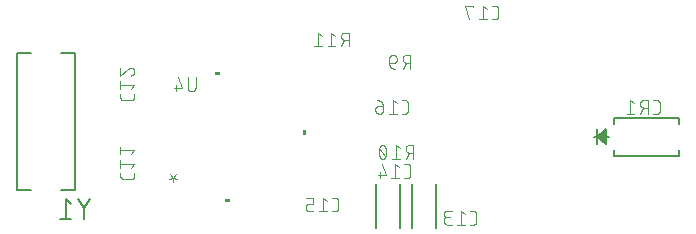
<source format=gbr>
G04 EAGLE Gerber RS-274X export*
G75*
%MOMM*%
%FSLAX34Y34*%
%LPD*%
%INSilkscreen Bottom*%
%IPPOS*%
%AMOC8*
5,1,8,0,0,1.08239X$1,22.5*%
G01*
%ADD10C,0.152400*%
%ADD11C,0.101600*%
%ADD12C,0.076200*%
%ADD13C,0.127000*%

G36*
X413707Y331599D02*
X413707Y331599D01*
X413709Y331598D01*
X413752Y331618D01*
X413796Y331636D01*
X413796Y331638D01*
X413798Y331639D01*
X413831Y331724D01*
X413831Y334264D01*
X413830Y334266D01*
X413831Y334268D01*
X413811Y334311D01*
X413793Y334355D01*
X413791Y334355D01*
X413790Y334357D01*
X413705Y334390D01*
X409895Y334390D01*
X409893Y334389D01*
X409891Y334390D01*
X409848Y334370D01*
X409804Y334352D01*
X409804Y334350D01*
X409802Y334349D01*
X409769Y334264D01*
X409769Y331724D01*
X409770Y331722D01*
X409769Y331720D01*
X409789Y331677D01*
X409807Y331633D01*
X409809Y331633D01*
X409810Y331631D01*
X409895Y331598D01*
X413705Y331598D01*
X413707Y331599D01*
G37*
G36*
X486666Y281370D02*
X486666Y281370D01*
X486668Y281369D01*
X486711Y281389D01*
X486755Y281407D01*
X486755Y281409D01*
X486757Y281410D01*
X486790Y281495D01*
X486790Y285305D01*
X486789Y285307D01*
X486790Y285309D01*
X486770Y285352D01*
X486752Y285396D01*
X486750Y285396D01*
X486749Y285398D01*
X486664Y285431D01*
X484124Y285431D01*
X484122Y285430D01*
X484120Y285431D01*
X484077Y285411D01*
X484033Y285393D01*
X484033Y285391D01*
X484031Y285390D01*
X483998Y285305D01*
X483998Y281495D01*
X483999Y281493D01*
X483998Y281491D01*
X484018Y281448D01*
X484036Y281404D01*
X484038Y281404D01*
X484039Y281402D01*
X484124Y281369D01*
X486664Y281369D01*
X486666Y281370D01*
G37*
G36*
X421707Y224411D02*
X421707Y224411D01*
X421709Y224410D01*
X421752Y224430D01*
X421796Y224448D01*
X421796Y224450D01*
X421798Y224451D01*
X421831Y224536D01*
X421831Y227076D01*
X421830Y227078D01*
X421831Y227080D01*
X421811Y227123D01*
X421793Y227167D01*
X421791Y227167D01*
X421790Y227169D01*
X421705Y227202D01*
X417895Y227202D01*
X417893Y227201D01*
X417891Y227202D01*
X417848Y227182D01*
X417804Y227164D01*
X417804Y227162D01*
X417802Y227161D01*
X417769Y227076D01*
X417769Y224536D01*
X417770Y224534D01*
X417769Y224532D01*
X417789Y224489D01*
X417807Y224445D01*
X417809Y224445D01*
X417810Y224443D01*
X417895Y224410D01*
X421705Y224410D01*
X421707Y224411D01*
G37*
D10*
X304038Y226568D02*
X298619Y218892D01*
X293201Y226568D01*
X298619Y218892D02*
X298619Y210312D01*
X287504Y222956D02*
X282988Y226568D01*
X282988Y210312D01*
X278473Y210312D02*
X287504Y210312D01*
D11*
X329438Y246389D02*
X329438Y248986D01*
X329438Y246389D02*
X329440Y246290D01*
X329446Y246190D01*
X329455Y246091D01*
X329468Y245993D01*
X329485Y245895D01*
X329506Y245797D01*
X329531Y245701D01*
X329559Y245606D01*
X329591Y245512D01*
X329626Y245419D01*
X329665Y245327D01*
X329708Y245237D01*
X329753Y245149D01*
X329803Y245062D01*
X329855Y244978D01*
X329911Y244895D01*
X329969Y244815D01*
X330031Y244737D01*
X330096Y244662D01*
X330164Y244589D01*
X330234Y244519D01*
X330307Y244451D01*
X330382Y244386D01*
X330460Y244324D01*
X330540Y244266D01*
X330623Y244210D01*
X330707Y244158D01*
X330794Y244108D01*
X330882Y244063D01*
X330972Y244020D01*
X331064Y243981D01*
X331157Y243946D01*
X331251Y243914D01*
X331346Y243886D01*
X331442Y243861D01*
X331540Y243840D01*
X331638Y243823D01*
X331736Y243810D01*
X331835Y243801D01*
X331935Y243795D01*
X332034Y243793D01*
X338526Y243793D01*
X338625Y243795D01*
X338725Y243801D01*
X338824Y243810D01*
X338922Y243823D01*
X339020Y243840D01*
X339118Y243861D01*
X339214Y243886D01*
X339309Y243914D01*
X339403Y243946D01*
X339496Y243981D01*
X339588Y244020D01*
X339678Y244063D01*
X339766Y244108D01*
X339853Y244158D01*
X339937Y244210D01*
X340020Y244266D01*
X340100Y244324D01*
X340178Y244386D01*
X340253Y244451D01*
X340326Y244519D01*
X340396Y244589D01*
X340464Y244662D01*
X340529Y244737D01*
X340591Y244815D01*
X340649Y244895D01*
X340705Y244978D01*
X340757Y245062D01*
X340807Y245149D01*
X340852Y245237D01*
X340895Y245327D01*
X340934Y245419D01*
X340969Y245511D01*
X341001Y245606D01*
X341029Y245701D01*
X341054Y245797D01*
X341075Y245895D01*
X341092Y245993D01*
X341105Y246091D01*
X341114Y246190D01*
X341120Y246290D01*
X341122Y246389D01*
X341122Y248986D01*
X338526Y253351D02*
X341122Y256596D01*
X329438Y256596D01*
X329438Y253351D02*
X329438Y259842D01*
X338526Y264781D02*
X341122Y268026D01*
X329438Y268026D01*
X329438Y264781D02*
X329438Y271272D01*
X329438Y312984D02*
X329438Y315581D01*
X329438Y312984D02*
X329440Y312885D01*
X329446Y312785D01*
X329455Y312686D01*
X329468Y312588D01*
X329485Y312490D01*
X329506Y312392D01*
X329531Y312296D01*
X329559Y312201D01*
X329591Y312107D01*
X329626Y312014D01*
X329665Y311922D01*
X329708Y311832D01*
X329753Y311744D01*
X329803Y311657D01*
X329855Y311573D01*
X329911Y311490D01*
X329969Y311410D01*
X330031Y311332D01*
X330096Y311257D01*
X330164Y311184D01*
X330234Y311114D01*
X330307Y311046D01*
X330382Y310981D01*
X330460Y310919D01*
X330540Y310861D01*
X330623Y310805D01*
X330707Y310753D01*
X330794Y310703D01*
X330882Y310658D01*
X330972Y310615D01*
X331064Y310576D01*
X331157Y310541D01*
X331251Y310509D01*
X331346Y310481D01*
X331442Y310456D01*
X331540Y310435D01*
X331638Y310418D01*
X331736Y310405D01*
X331835Y310396D01*
X331935Y310390D01*
X332034Y310388D01*
X338526Y310388D01*
X338625Y310390D01*
X338725Y310396D01*
X338824Y310405D01*
X338922Y310418D01*
X339020Y310435D01*
X339118Y310456D01*
X339214Y310481D01*
X339309Y310509D01*
X339403Y310541D01*
X339496Y310576D01*
X339588Y310615D01*
X339678Y310658D01*
X339766Y310703D01*
X339853Y310753D01*
X339937Y310805D01*
X340020Y310861D01*
X340100Y310919D01*
X340178Y310981D01*
X340253Y311046D01*
X340326Y311114D01*
X340396Y311184D01*
X340464Y311257D01*
X340529Y311332D01*
X340591Y311410D01*
X340649Y311490D01*
X340705Y311573D01*
X340757Y311657D01*
X340807Y311744D01*
X340852Y311832D01*
X340895Y311922D01*
X340934Y312014D01*
X340969Y312106D01*
X341001Y312201D01*
X341029Y312296D01*
X341054Y312392D01*
X341075Y312490D01*
X341092Y312588D01*
X341105Y312686D01*
X341114Y312785D01*
X341120Y312885D01*
X341122Y312984D01*
X341122Y315581D01*
X338526Y319946D02*
X341122Y323192D01*
X329438Y323192D01*
X329438Y326437D02*
X329438Y319946D01*
X341122Y334946D02*
X341120Y335053D01*
X341114Y335159D01*
X341104Y335265D01*
X341091Y335371D01*
X341073Y335477D01*
X341052Y335581D01*
X341027Y335685D01*
X340998Y335788D01*
X340966Y335889D01*
X340929Y335989D01*
X340889Y336088D01*
X340846Y336186D01*
X340799Y336282D01*
X340748Y336376D01*
X340694Y336468D01*
X340637Y336558D01*
X340577Y336646D01*
X340513Y336731D01*
X340446Y336814D01*
X340376Y336895D01*
X340304Y336973D01*
X340228Y337049D01*
X340150Y337121D01*
X340069Y337191D01*
X339986Y337258D01*
X339901Y337322D01*
X339813Y337382D01*
X339723Y337439D01*
X339631Y337493D01*
X339537Y337544D01*
X339441Y337591D01*
X339343Y337634D01*
X339244Y337674D01*
X339144Y337711D01*
X339043Y337743D01*
X338940Y337772D01*
X338836Y337797D01*
X338732Y337818D01*
X338626Y337836D01*
X338520Y337849D01*
X338414Y337859D01*
X338308Y337865D01*
X338201Y337867D01*
X341122Y334946D02*
X341120Y334825D01*
X341114Y334704D01*
X341104Y334584D01*
X341091Y334463D01*
X341073Y334344D01*
X341052Y334224D01*
X341027Y334106D01*
X340998Y333989D01*
X340965Y333872D01*
X340929Y333757D01*
X340888Y333643D01*
X340845Y333530D01*
X340797Y333418D01*
X340746Y333309D01*
X340691Y333201D01*
X340633Y333094D01*
X340572Y332990D01*
X340507Y332888D01*
X340439Y332788D01*
X340368Y332690D01*
X340294Y332594D01*
X340217Y332501D01*
X340136Y332411D01*
X340053Y332323D01*
X339967Y332238D01*
X339878Y332155D01*
X339787Y332076D01*
X339693Y331999D01*
X339597Y331926D01*
X339499Y331856D01*
X339398Y331789D01*
X339295Y331725D01*
X339190Y331665D01*
X339083Y331608D01*
X338975Y331554D01*
X338865Y331504D01*
X338753Y331458D01*
X338640Y331415D01*
X338525Y331376D01*
X335929Y336894D02*
X336006Y336973D01*
X336087Y337049D01*
X336170Y337122D01*
X336255Y337192D01*
X336343Y337259D01*
X336433Y337323D01*
X336525Y337383D01*
X336620Y337440D01*
X336716Y337494D01*
X336814Y337545D01*
X336914Y337592D01*
X337016Y337636D01*
X337119Y337676D01*
X337223Y337712D01*
X337329Y337744D01*
X337435Y337773D01*
X337543Y337798D01*
X337651Y337820D01*
X337761Y337837D01*
X337870Y337851D01*
X337980Y337860D01*
X338091Y337866D01*
X338201Y337868D01*
X335929Y336894D02*
X329438Y331376D01*
X329438Y337867D01*
D10*
X576580Y239268D02*
X576580Y202692D01*
X596900Y202692D02*
X596900Y239268D01*
D12*
X625503Y205105D02*
X628156Y205105D01*
X628258Y205107D01*
X628359Y205113D01*
X628460Y205123D01*
X628561Y205136D01*
X628661Y205154D01*
X628760Y205175D01*
X628859Y205200D01*
X628956Y205229D01*
X629053Y205261D01*
X629148Y205297D01*
X629241Y205337D01*
X629333Y205380D01*
X629423Y205427D01*
X629512Y205478D01*
X629598Y205531D01*
X629682Y205588D01*
X629764Y205648D01*
X629844Y205711D01*
X629921Y205777D01*
X629996Y205846D01*
X630068Y205918D01*
X630137Y205993D01*
X630203Y206070D01*
X630266Y206150D01*
X630326Y206232D01*
X630383Y206316D01*
X630436Y206402D01*
X630487Y206491D01*
X630534Y206581D01*
X630577Y206673D01*
X630617Y206766D01*
X630653Y206861D01*
X630685Y206958D01*
X630714Y207055D01*
X630739Y207154D01*
X630760Y207253D01*
X630778Y207353D01*
X630791Y207454D01*
X630801Y207555D01*
X630807Y207656D01*
X630809Y207758D01*
X630809Y214390D01*
X630807Y214492D01*
X630801Y214593D01*
X630791Y214694D01*
X630778Y214795D01*
X630760Y214895D01*
X630739Y214994D01*
X630714Y215093D01*
X630685Y215190D01*
X630653Y215287D01*
X630617Y215382D01*
X630577Y215475D01*
X630534Y215567D01*
X630487Y215657D01*
X630436Y215746D01*
X630383Y215832D01*
X630326Y215916D01*
X630266Y215998D01*
X630203Y216078D01*
X630137Y216155D01*
X630068Y216230D01*
X629996Y216302D01*
X629921Y216371D01*
X629844Y216437D01*
X629764Y216500D01*
X629682Y216560D01*
X629598Y216617D01*
X629512Y216670D01*
X629423Y216721D01*
X629333Y216768D01*
X629241Y216811D01*
X629148Y216851D01*
X629053Y216887D01*
X628956Y216919D01*
X628859Y216948D01*
X628760Y216973D01*
X628661Y216994D01*
X628561Y217012D01*
X628460Y217025D01*
X628359Y217035D01*
X628258Y217041D01*
X628156Y217043D01*
X625503Y217043D01*
X621255Y214390D02*
X617939Y217043D01*
X617939Y205105D01*
X621255Y205105D02*
X614623Y205105D01*
X609825Y205105D02*
X606509Y205105D01*
X606395Y205107D01*
X606280Y205113D01*
X606166Y205123D01*
X606053Y205137D01*
X605939Y205154D01*
X605827Y205176D01*
X605715Y205201D01*
X605605Y205231D01*
X605495Y205264D01*
X605387Y205301D01*
X605280Y205341D01*
X605174Y205386D01*
X605070Y205433D01*
X604968Y205485D01*
X604868Y205540D01*
X604769Y205598D01*
X604673Y205660D01*
X604578Y205725D01*
X604487Y205793D01*
X604397Y205865D01*
X604310Y205939D01*
X604226Y206016D01*
X604144Y206097D01*
X604065Y206180D01*
X603989Y206265D01*
X603916Y206354D01*
X603847Y206444D01*
X603780Y206537D01*
X603717Y206633D01*
X603657Y206730D01*
X603600Y206830D01*
X603547Y206931D01*
X603497Y207034D01*
X603451Y207139D01*
X603408Y207245D01*
X603370Y207353D01*
X603335Y207462D01*
X603304Y207572D01*
X603276Y207683D01*
X603253Y207795D01*
X603233Y207908D01*
X603217Y208021D01*
X603205Y208135D01*
X603197Y208249D01*
X603193Y208364D01*
X603193Y208478D01*
X603197Y208593D01*
X603205Y208707D01*
X603217Y208821D01*
X603233Y208934D01*
X603253Y209047D01*
X603276Y209159D01*
X603304Y209270D01*
X603335Y209380D01*
X603370Y209489D01*
X603408Y209597D01*
X603451Y209703D01*
X603497Y209808D01*
X603547Y209911D01*
X603600Y210012D01*
X603657Y210112D01*
X603717Y210209D01*
X603780Y210305D01*
X603847Y210398D01*
X603916Y210488D01*
X603989Y210577D01*
X604065Y210662D01*
X604144Y210745D01*
X604226Y210826D01*
X604310Y210903D01*
X604397Y210977D01*
X604487Y211049D01*
X604578Y211117D01*
X604673Y211182D01*
X604769Y211244D01*
X604868Y211302D01*
X604968Y211357D01*
X605070Y211409D01*
X605174Y211456D01*
X605280Y211501D01*
X605387Y211541D01*
X605495Y211578D01*
X605605Y211611D01*
X605715Y211641D01*
X605827Y211666D01*
X605939Y211688D01*
X606053Y211705D01*
X606166Y211719D01*
X606280Y211729D01*
X606395Y211735D01*
X606509Y211737D01*
X605846Y217043D02*
X609825Y217043D01*
X605846Y217043D02*
X605744Y217041D01*
X605643Y217035D01*
X605542Y217025D01*
X605441Y217012D01*
X605341Y216994D01*
X605242Y216973D01*
X605143Y216948D01*
X605046Y216919D01*
X604949Y216887D01*
X604854Y216851D01*
X604761Y216811D01*
X604669Y216768D01*
X604579Y216721D01*
X604490Y216670D01*
X604404Y216617D01*
X604320Y216560D01*
X604238Y216500D01*
X604158Y216437D01*
X604081Y216371D01*
X604006Y216302D01*
X603934Y216230D01*
X603865Y216155D01*
X603799Y216078D01*
X603736Y215998D01*
X603676Y215916D01*
X603619Y215832D01*
X603566Y215746D01*
X603515Y215657D01*
X603468Y215567D01*
X603425Y215475D01*
X603385Y215382D01*
X603349Y215287D01*
X603317Y215190D01*
X603288Y215093D01*
X603263Y214994D01*
X603242Y214895D01*
X603224Y214795D01*
X603211Y214694D01*
X603201Y214593D01*
X603195Y214492D01*
X603193Y214390D01*
X603195Y214288D01*
X603201Y214187D01*
X603211Y214086D01*
X603224Y213985D01*
X603242Y213885D01*
X603263Y213786D01*
X603288Y213687D01*
X603317Y213590D01*
X603349Y213493D01*
X603385Y213398D01*
X603425Y213305D01*
X603468Y213213D01*
X603515Y213123D01*
X603566Y213034D01*
X603619Y212948D01*
X603676Y212864D01*
X603736Y212782D01*
X603799Y212702D01*
X603865Y212625D01*
X603934Y212550D01*
X604006Y212478D01*
X604081Y212409D01*
X604158Y212343D01*
X604238Y212280D01*
X604320Y212220D01*
X604404Y212163D01*
X604490Y212110D01*
X604579Y212059D01*
X604669Y212012D01*
X604761Y211969D01*
X604854Y211929D01*
X604949Y211893D01*
X605046Y211861D01*
X605143Y211832D01*
X605242Y211807D01*
X605341Y211786D01*
X605441Y211768D01*
X605542Y211755D01*
X605643Y211745D01*
X605744Y211739D01*
X605846Y211737D01*
X608499Y211737D01*
D10*
X546100Y202692D02*
X546100Y239268D01*
X566420Y239268D02*
X566420Y202692D01*
D12*
X569623Y244475D02*
X572276Y244475D01*
X572378Y244477D01*
X572479Y244483D01*
X572580Y244493D01*
X572681Y244506D01*
X572781Y244524D01*
X572880Y244545D01*
X572979Y244570D01*
X573076Y244599D01*
X573173Y244631D01*
X573268Y244667D01*
X573361Y244707D01*
X573453Y244750D01*
X573543Y244797D01*
X573632Y244848D01*
X573718Y244901D01*
X573802Y244958D01*
X573884Y245018D01*
X573964Y245081D01*
X574041Y245147D01*
X574116Y245216D01*
X574188Y245288D01*
X574257Y245363D01*
X574323Y245440D01*
X574386Y245520D01*
X574446Y245602D01*
X574503Y245686D01*
X574556Y245772D01*
X574607Y245861D01*
X574654Y245951D01*
X574697Y246043D01*
X574737Y246136D01*
X574773Y246231D01*
X574805Y246328D01*
X574834Y246425D01*
X574859Y246524D01*
X574880Y246623D01*
X574898Y246723D01*
X574911Y246824D01*
X574921Y246925D01*
X574927Y247026D01*
X574929Y247128D01*
X574929Y253760D01*
X574927Y253862D01*
X574921Y253963D01*
X574911Y254064D01*
X574898Y254165D01*
X574880Y254265D01*
X574859Y254364D01*
X574834Y254463D01*
X574805Y254560D01*
X574773Y254657D01*
X574737Y254752D01*
X574697Y254845D01*
X574654Y254937D01*
X574607Y255027D01*
X574556Y255116D01*
X574503Y255202D01*
X574446Y255286D01*
X574386Y255368D01*
X574323Y255448D01*
X574257Y255525D01*
X574188Y255600D01*
X574116Y255672D01*
X574041Y255741D01*
X573964Y255807D01*
X573884Y255870D01*
X573802Y255930D01*
X573718Y255987D01*
X573632Y256040D01*
X573543Y256091D01*
X573453Y256138D01*
X573361Y256181D01*
X573268Y256221D01*
X573173Y256257D01*
X573076Y256289D01*
X572979Y256318D01*
X572880Y256343D01*
X572781Y256364D01*
X572681Y256382D01*
X572580Y256395D01*
X572479Y256405D01*
X572378Y256411D01*
X572276Y256413D01*
X569623Y256413D01*
X565375Y253760D02*
X562059Y256413D01*
X562059Y244475D01*
X565375Y244475D02*
X558743Y244475D01*
X553945Y247128D02*
X551292Y256413D01*
X553945Y247128D02*
X547313Y247128D01*
X549303Y249781D02*
X549303Y244475D01*
D11*
X511246Y216408D02*
X508649Y216408D01*
X511246Y216408D02*
X511345Y216410D01*
X511445Y216416D01*
X511544Y216425D01*
X511642Y216438D01*
X511740Y216455D01*
X511838Y216476D01*
X511934Y216501D01*
X512029Y216529D01*
X512123Y216561D01*
X512216Y216596D01*
X512308Y216635D01*
X512398Y216678D01*
X512486Y216723D01*
X512573Y216773D01*
X512657Y216825D01*
X512740Y216881D01*
X512820Y216939D01*
X512898Y217001D01*
X512973Y217066D01*
X513046Y217134D01*
X513116Y217204D01*
X513184Y217277D01*
X513249Y217352D01*
X513311Y217430D01*
X513369Y217510D01*
X513425Y217593D01*
X513477Y217677D01*
X513527Y217764D01*
X513572Y217852D01*
X513615Y217942D01*
X513654Y218034D01*
X513689Y218127D01*
X513721Y218221D01*
X513749Y218316D01*
X513774Y218412D01*
X513795Y218510D01*
X513812Y218608D01*
X513825Y218706D01*
X513834Y218805D01*
X513840Y218905D01*
X513842Y219004D01*
X513842Y225496D01*
X513840Y225595D01*
X513834Y225695D01*
X513825Y225794D01*
X513812Y225892D01*
X513795Y225990D01*
X513774Y226088D01*
X513749Y226184D01*
X513721Y226279D01*
X513689Y226373D01*
X513654Y226466D01*
X513615Y226558D01*
X513572Y226648D01*
X513527Y226736D01*
X513477Y226823D01*
X513425Y226907D01*
X513369Y226990D01*
X513311Y227070D01*
X513249Y227148D01*
X513184Y227223D01*
X513116Y227296D01*
X513046Y227366D01*
X512973Y227434D01*
X512898Y227499D01*
X512820Y227561D01*
X512740Y227619D01*
X512657Y227675D01*
X512573Y227727D01*
X512486Y227777D01*
X512398Y227822D01*
X512308Y227865D01*
X512216Y227904D01*
X512123Y227939D01*
X512029Y227971D01*
X511934Y227999D01*
X511838Y228024D01*
X511740Y228045D01*
X511642Y228062D01*
X511544Y228075D01*
X511445Y228084D01*
X511345Y228090D01*
X511246Y228092D01*
X508649Y228092D01*
X504284Y225496D02*
X501038Y228092D01*
X501038Y216408D01*
X497793Y216408D02*
X504284Y216408D01*
X492854Y216408D02*
X488959Y216408D01*
X488860Y216410D01*
X488760Y216416D01*
X488661Y216425D01*
X488563Y216438D01*
X488465Y216455D01*
X488367Y216476D01*
X488271Y216501D01*
X488176Y216529D01*
X488082Y216561D01*
X487989Y216596D01*
X487897Y216635D01*
X487807Y216678D01*
X487719Y216723D01*
X487632Y216773D01*
X487548Y216825D01*
X487465Y216881D01*
X487385Y216939D01*
X487307Y217001D01*
X487232Y217066D01*
X487159Y217134D01*
X487089Y217204D01*
X487021Y217277D01*
X486956Y217352D01*
X486894Y217430D01*
X486836Y217510D01*
X486780Y217593D01*
X486728Y217677D01*
X486678Y217764D01*
X486633Y217852D01*
X486590Y217942D01*
X486551Y218034D01*
X486516Y218127D01*
X486484Y218221D01*
X486456Y218316D01*
X486431Y218412D01*
X486410Y218510D01*
X486393Y218608D01*
X486380Y218706D01*
X486371Y218805D01*
X486365Y218905D01*
X486363Y219004D01*
X486363Y220303D01*
X486365Y220402D01*
X486371Y220502D01*
X486380Y220601D01*
X486393Y220699D01*
X486410Y220797D01*
X486431Y220895D01*
X486456Y220991D01*
X486484Y221086D01*
X486516Y221180D01*
X486551Y221273D01*
X486590Y221365D01*
X486633Y221455D01*
X486678Y221543D01*
X486728Y221630D01*
X486780Y221714D01*
X486836Y221797D01*
X486894Y221877D01*
X486956Y221955D01*
X487021Y222030D01*
X487089Y222103D01*
X487159Y222173D01*
X487232Y222241D01*
X487307Y222306D01*
X487385Y222368D01*
X487465Y222426D01*
X487548Y222482D01*
X487632Y222534D01*
X487719Y222584D01*
X487807Y222629D01*
X487897Y222672D01*
X487989Y222711D01*
X488082Y222746D01*
X488176Y222778D01*
X488271Y222806D01*
X488367Y222831D01*
X488465Y222852D01*
X488563Y222869D01*
X488661Y222882D01*
X488760Y222891D01*
X488860Y222897D01*
X488959Y222899D01*
X492854Y222899D01*
X492854Y228092D01*
X486363Y228092D01*
X567624Y298958D02*
X570221Y298958D01*
X570320Y298960D01*
X570420Y298966D01*
X570519Y298975D01*
X570617Y298988D01*
X570715Y299005D01*
X570813Y299026D01*
X570909Y299051D01*
X571004Y299079D01*
X571098Y299111D01*
X571191Y299146D01*
X571283Y299185D01*
X571373Y299228D01*
X571461Y299273D01*
X571548Y299323D01*
X571632Y299375D01*
X571715Y299431D01*
X571795Y299489D01*
X571873Y299551D01*
X571948Y299616D01*
X572021Y299684D01*
X572091Y299754D01*
X572159Y299827D01*
X572224Y299902D01*
X572286Y299980D01*
X572344Y300060D01*
X572400Y300143D01*
X572452Y300227D01*
X572502Y300314D01*
X572547Y300402D01*
X572590Y300492D01*
X572629Y300584D01*
X572664Y300677D01*
X572696Y300771D01*
X572724Y300866D01*
X572749Y300962D01*
X572770Y301060D01*
X572787Y301158D01*
X572800Y301256D01*
X572809Y301355D01*
X572815Y301455D01*
X572817Y301554D01*
X572817Y308046D01*
X572815Y308145D01*
X572809Y308245D01*
X572800Y308344D01*
X572787Y308442D01*
X572770Y308540D01*
X572749Y308638D01*
X572724Y308734D01*
X572696Y308829D01*
X572664Y308923D01*
X572629Y309016D01*
X572590Y309108D01*
X572547Y309198D01*
X572502Y309286D01*
X572452Y309373D01*
X572400Y309457D01*
X572344Y309540D01*
X572286Y309620D01*
X572224Y309698D01*
X572159Y309773D01*
X572091Y309846D01*
X572021Y309916D01*
X571948Y309984D01*
X571873Y310049D01*
X571795Y310111D01*
X571715Y310169D01*
X571632Y310225D01*
X571548Y310277D01*
X571461Y310327D01*
X571373Y310372D01*
X571283Y310415D01*
X571191Y310454D01*
X571098Y310489D01*
X571004Y310521D01*
X570909Y310549D01*
X570813Y310574D01*
X570715Y310595D01*
X570617Y310612D01*
X570519Y310625D01*
X570420Y310634D01*
X570320Y310640D01*
X570221Y310642D01*
X567624Y310642D01*
X563259Y308046D02*
X560014Y310642D01*
X560014Y298958D01*
X563259Y298958D02*
X556768Y298958D01*
X551829Y305449D02*
X547934Y305449D01*
X547835Y305447D01*
X547735Y305441D01*
X547636Y305432D01*
X547538Y305419D01*
X547440Y305402D01*
X547342Y305381D01*
X547246Y305356D01*
X547151Y305328D01*
X547057Y305296D01*
X546964Y305261D01*
X546872Y305222D01*
X546782Y305179D01*
X546694Y305134D01*
X546607Y305084D01*
X546523Y305032D01*
X546440Y304976D01*
X546360Y304918D01*
X546282Y304856D01*
X546207Y304791D01*
X546134Y304723D01*
X546064Y304653D01*
X545996Y304580D01*
X545931Y304505D01*
X545869Y304427D01*
X545811Y304347D01*
X545755Y304264D01*
X545703Y304180D01*
X545653Y304093D01*
X545608Y304005D01*
X545565Y303915D01*
X545526Y303823D01*
X545491Y303730D01*
X545459Y303636D01*
X545431Y303541D01*
X545406Y303445D01*
X545385Y303347D01*
X545368Y303249D01*
X545355Y303151D01*
X545346Y303052D01*
X545340Y302952D01*
X545338Y302853D01*
X545338Y302204D01*
X545340Y302091D01*
X545346Y301978D01*
X545356Y301865D01*
X545370Y301752D01*
X545387Y301640D01*
X545409Y301529D01*
X545434Y301419D01*
X545464Y301309D01*
X545497Y301201D01*
X545534Y301094D01*
X545574Y300988D01*
X545619Y300884D01*
X545667Y300781D01*
X545718Y300680D01*
X545773Y300581D01*
X545831Y300484D01*
X545893Y300389D01*
X545958Y300296D01*
X546026Y300206D01*
X546097Y300118D01*
X546172Y300032D01*
X546249Y299949D01*
X546329Y299869D01*
X546412Y299792D01*
X546498Y299717D01*
X546586Y299646D01*
X546676Y299578D01*
X546769Y299513D01*
X546864Y299451D01*
X546961Y299393D01*
X547060Y299338D01*
X547161Y299287D01*
X547264Y299239D01*
X547368Y299194D01*
X547474Y299154D01*
X547581Y299117D01*
X547689Y299084D01*
X547799Y299054D01*
X547909Y299029D01*
X548020Y299007D01*
X548132Y298990D01*
X548245Y298976D01*
X548358Y298966D01*
X548471Y298960D01*
X548584Y298958D01*
X548697Y298960D01*
X548810Y298966D01*
X548923Y298976D01*
X549036Y298990D01*
X549148Y299007D01*
X549259Y299029D01*
X549369Y299054D01*
X549479Y299084D01*
X549587Y299117D01*
X549694Y299154D01*
X549800Y299194D01*
X549904Y299239D01*
X550007Y299287D01*
X550108Y299338D01*
X550207Y299393D01*
X550304Y299451D01*
X550399Y299513D01*
X550492Y299578D01*
X550582Y299646D01*
X550670Y299717D01*
X550756Y299792D01*
X550839Y299869D01*
X550919Y299949D01*
X550996Y300032D01*
X551071Y300118D01*
X551142Y300206D01*
X551210Y300296D01*
X551275Y300389D01*
X551337Y300484D01*
X551395Y300581D01*
X551450Y300680D01*
X551501Y300781D01*
X551549Y300884D01*
X551594Y300988D01*
X551634Y301094D01*
X551671Y301201D01*
X551704Y301309D01*
X551734Y301419D01*
X551759Y301529D01*
X551781Y301640D01*
X551798Y301752D01*
X551812Y301865D01*
X551822Y301978D01*
X551828Y302091D01*
X551830Y302204D01*
X551829Y302204D02*
X551829Y305449D01*
X551827Y305592D01*
X551821Y305735D01*
X551811Y305878D01*
X551797Y306020D01*
X551780Y306162D01*
X551758Y306304D01*
X551733Y306445D01*
X551703Y306585D01*
X551670Y306724D01*
X551633Y306862D01*
X551592Y306999D01*
X551548Y307135D01*
X551499Y307270D01*
X551447Y307403D01*
X551392Y307535D01*
X551332Y307665D01*
X551269Y307794D01*
X551203Y307921D01*
X551133Y308046D01*
X551060Y308168D01*
X550983Y308289D01*
X550903Y308408D01*
X550820Y308524D01*
X550734Y308639D01*
X550645Y308750D01*
X550552Y308860D01*
X550457Y308966D01*
X550358Y309070D01*
X550257Y309171D01*
X550153Y309270D01*
X550047Y309365D01*
X549937Y309458D01*
X549826Y309547D01*
X549711Y309633D01*
X549595Y309716D01*
X549476Y309796D01*
X549355Y309873D01*
X549233Y309946D01*
X549108Y310016D01*
X548981Y310082D01*
X548852Y310145D01*
X548722Y310205D01*
X548590Y310260D01*
X548457Y310312D01*
X548322Y310361D01*
X548186Y310405D01*
X548049Y310446D01*
X547911Y310483D01*
X547772Y310516D01*
X547632Y310546D01*
X547491Y310571D01*
X547349Y310593D01*
X547207Y310610D01*
X547065Y310624D01*
X546922Y310634D01*
X546779Y310640D01*
X546636Y310642D01*
X643824Y378968D02*
X646421Y378968D01*
X646520Y378970D01*
X646620Y378976D01*
X646719Y378985D01*
X646817Y378998D01*
X646915Y379015D01*
X647013Y379036D01*
X647109Y379061D01*
X647204Y379089D01*
X647298Y379121D01*
X647391Y379156D01*
X647483Y379195D01*
X647573Y379238D01*
X647661Y379283D01*
X647748Y379333D01*
X647832Y379385D01*
X647915Y379441D01*
X647995Y379499D01*
X648073Y379561D01*
X648148Y379626D01*
X648221Y379694D01*
X648291Y379764D01*
X648359Y379837D01*
X648424Y379912D01*
X648486Y379990D01*
X648544Y380070D01*
X648600Y380153D01*
X648652Y380237D01*
X648702Y380324D01*
X648747Y380412D01*
X648790Y380502D01*
X648829Y380594D01*
X648864Y380687D01*
X648896Y380781D01*
X648924Y380876D01*
X648949Y380972D01*
X648970Y381070D01*
X648987Y381168D01*
X649000Y381266D01*
X649009Y381365D01*
X649015Y381465D01*
X649017Y381564D01*
X649017Y388056D01*
X649015Y388155D01*
X649009Y388255D01*
X649000Y388354D01*
X648987Y388452D01*
X648970Y388550D01*
X648949Y388648D01*
X648924Y388744D01*
X648896Y388839D01*
X648864Y388933D01*
X648829Y389026D01*
X648790Y389118D01*
X648747Y389208D01*
X648702Y389296D01*
X648652Y389383D01*
X648600Y389467D01*
X648544Y389550D01*
X648486Y389630D01*
X648424Y389708D01*
X648359Y389783D01*
X648291Y389856D01*
X648221Y389926D01*
X648148Y389994D01*
X648073Y390059D01*
X647995Y390121D01*
X647915Y390179D01*
X647832Y390235D01*
X647748Y390287D01*
X647661Y390337D01*
X647573Y390382D01*
X647483Y390425D01*
X647391Y390464D01*
X647298Y390499D01*
X647204Y390531D01*
X647109Y390559D01*
X647013Y390584D01*
X646915Y390605D01*
X646817Y390622D01*
X646719Y390635D01*
X646620Y390644D01*
X646520Y390650D01*
X646421Y390652D01*
X643824Y390652D01*
X639459Y388056D02*
X636214Y390652D01*
X636214Y378968D01*
X639459Y378968D02*
X632968Y378968D01*
X628029Y389354D02*
X628029Y390652D01*
X621538Y390652D01*
X624784Y378968D01*
X577342Y272542D02*
X577342Y260858D01*
X577342Y272542D02*
X574096Y272542D01*
X573983Y272540D01*
X573870Y272534D01*
X573757Y272524D01*
X573644Y272510D01*
X573532Y272493D01*
X573421Y272471D01*
X573311Y272446D01*
X573201Y272416D01*
X573093Y272383D01*
X572986Y272346D01*
X572880Y272306D01*
X572776Y272261D01*
X572673Y272213D01*
X572572Y272162D01*
X572473Y272107D01*
X572376Y272049D01*
X572281Y271987D01*
X572188Y271922D01*
X572098Y271854D01*
X572010Y271783D01*
X571924Y271708D01*
X571841Y271631D01*
X571761Y271551D01*
X571684Y271468D01*
X571609Y271382D01*
X571538Y271294D01*
X571470Y271204D01*
X571405Y271111D01*
X571343Y271016D01*
X571285Y270919D01*
X571230Y270820D01*
X571179Y270719D01*
X571131Y270616D01*
X571086Y270512D01*
X571046Y270406D01*
X571009Y270299D01*
X570976Y270191D01*
X570946Y270081D01*
X570921Y269971D01*
X570899Y269860D01*
X570882Y269748D01*
X570868Y269635D01*
X570858Y269522D01*
X570852Y269409D01*
X570850Y269296D01*
X570852Y269183D01*
X570858Y269070D01*
X570868Y268957D01*
X570882Y268844D01*
X570899Y268732D01*
X570921Y268621D01*
X570946Y268511D01*
X570976Y268401D01*
X571009Y268293D01*
X571046Y268186D01*
X571086Y268080D01*
X571131Y267976D01*
X571179Y267873D01*
X571230Y267772D01*
X571285Y267673D01*
X571343Y267576D01*
X571405Y267481D01*
X571470Y267388D01*
X571538Y267298D01*
X571609Y267210D01*
X571684Y267124D01*
X571761Y267041D01*
X571841Y266961D01*
X571924Y266884D01*
X572010Y266809D01*
X572098Y266738D01*
X572188Y266670D01*
X572281Y266605D01*
X572376Y266543D01*
X572473Y266485D01*
X572572Y266430D01*
X572673Y266379D01*
X572776Y266331D01*
X572880Y266286D01*
X572986Y266246D01*
X573093Y266209D01*
X573201Y266176D01*
X573311Y266146D01*
X573421Y266121D01*
X573532Y266099D01*
X573644Y266082D01*
X573757Y266068D01*
X573870Y266058D01*
X573983Y266052D01*
X574096Y266050D01*
X574096Y266051D02*
X577342Y266051D01*
X573447Y266051D02*
X570851Y260858D01*
X565986Y269946D02*
X562740Y272542D01*
X562740Y260858D01*
X559495Y260858D02*
X565986Y260858D01*
X554556Y266700D02*
X554553Y266930D01*
X554545Y267160D01*
X554531Y267389D01*
X554512Y267618D01*
X554487Y267847D01*
X554457Y268075D01*
X554422Y268302D01*
X554381Y268528D01*
X554335Y268753D01*
X554283Y268977D01*
X554226Y269200D01*
X554164Y269421D01*
X554096Y269641D01*
X554023Y269859D01*
X553945Y270075D01*
X553862Y270289D01*
X553774Y270502D01*
X553681Y270712D01*
X553582Y270919D01*
X553549Y271009D01*
X553513Y271098D01*
X553473Y271186D01*
X553429Y271271D01*
X553382Y271355D01*
X553332Y271437D01*
X553278Y271517D01*
X553222Y271594D01*
X553162Y271670D01*
X553099Y271743D01*
X553034Y271813D01*
X552965Y271881D01*
X552894Y271945D01*
X552821Y272007D01*
X552745Y272066D01*
X552667Y272122D01*
X552586Y272175D01*
X552504Y272224D01*
X552420Y272270D01*
X552333Y272313D01*
X552246Y272352D01*
X552156Y272388D01*
X552066Y272420D01*
X551974Y272448D01*
X551881Y272473D01*
X551787Y272494D01*
X551693Y272511D01*
X551598Y272525D01*
X551502Y272534D01*
X551406Y272540D01*
X551310Y272542D01*
X551214Y272540D01*
X551118Y272534D01*
X551022Y272525D01*
X550927Y272511D01*
X550833Y272494D01*
X550739Y272473D01*
X550646Y272448D01*
X550554Y272420D01*
X550464Y272388D01*
X550374Y272352D01*
X550287Y272313D01*
X550200Y272270D01*
X550116Y272224D01*
X550034Y272175D01*
X549953Y272122D01*
X549875Y272066D01*
X549799Y272007D01*
X549726Y271945D01*
X549655Y271881D01*
X549586Y271813D01*
X549521Y271743D01*
X549458Y271670D01*
X549398Y271595D01*
X549342Y271517D01*
X549288Y271437D01*
X549238Y271355D01*
X549191Y271271D01*
X549148Y271186D01*
X549107Y271098D01*
X549071Y271009D01*
X549038Y270919D01*
X549039Y270919D02*
X548940Y270711D01*
X548847Y270501D01*
X548759Y270289D01*
X548676Y270075D01*
X548598Y269858D01*
X548525Y269640D01*
X548457Y269421D01*
X548395Y269199D01*
X548338Y268977D01*
X548286Y268753D01*
X548240Y268528D01*
X548199Y268302D01*
X548164Y268074D01*
X548134Y267847D01*
X548109Y267618D01*
X548090Y267389D01*
X548076Y267160D01*
X548068Y266930D01*
X548065Y266700D01*
X554556Y266700D02*
X554553Y266470D01*
X554545Y266240D01*
X554531Y266011D01*
X554512Y265782D01*
X554487Y265553D01*
X554457Y265325D01*
X554422Y265098D01*
X554381Y264872D01*
X554335Y264647D01*
X554283Y264423D01*
X554226Y264200D01*
X554164Y263979D01*
X554096Y263759D01*
X554023Y263541D01*
X553945Y263325D01*
X553862Y263111D01*
X553774Y262899D01*
X553681Y262688D01*
X553582Y262481D01*
X553549Y262391D01*
X553513Y262302D01*
X553472Y262214D01*
X553429Y262129D01*
X553382Y262045D01*
X553332Y261963D01*
X553278Y261883D01*
X553222Y261806D01*
X553162Y261730D01*
X553099Y261657D01*
X553034Y261587D01*
X552965Y261519D01*
X552894Y261455D01*
X552821Y261393D01*
X552745Y261334D01*
X552667Y261278D01*
X552586Y261225D01*
X552504Y261176D01*
X552420Y261130D01*
X552333Y261087D01*
X552246Y261048D01*
X552156Y261012D01*
X552066Y260980D01*
X551974Y260952D01*
X551881Y260927D01*
X551787Y260906D01*
X551693Y260889D01*
X551598Y260875D01*
X551502Y260866D01*
X551406Y260860D01*
X551310Y260858D01*
X549038Y262481D02*
X548939Y262688D01*
X548846Y262899D01*
X548758Y263111D01*
X548675Y263325D01*
X548597Y263541D01*
X548524Y263759D01*
X548456Y263979D01*
X548394Y264200D01*
X548337Y264423D01*
X548285Y264647D01*
X548239Y264872D01*
X548198Y265098D01*
X548163Y265325D01*
X548133Y265553D01*
X548108Y265782D01*
X548089Y266011D01*
X548075Y266240D01*
X548067Y266470D01*
X548064Y266700D01*
X549038Y262481D02*
X549071Y262391D01*
X549107Y262302D01*
X549148Y262214D01*
X549191Y262129D01*
X549238Y262045D01*
X549288Y261963D01*
X549342Y261883D01*
X549398Y261805D01*
X549458Y261730D01*
X549521Y261657D01*
X549586Y261587D01*
X549655Y261519D01*
X549726Y261455D01*
X549799Y261393D01*
X549875Y261334D01*
X549953Y261278D01*
X550034Y261225D01*
X550116Y261176D01*
X550200Y261130D01*
X550287Y261087D01*
X550374Y261048D01*
X550464Y261012D01*
X550554Y260980D01*
X550646Y260952D01*
X550739Y260927D01*
X550833Y260906D01*
X550927Y260889D01*
X551022Y260875D01*
X551118Y260866D01*
X551214Y260860D01*
X551310Y260858D01*
X553907Y263454D02*
X548714Y269946D01*
X522732Y356108D02*
X522732Y367792D01*
X519486Y367792D01*
X519373Y367790D01*
X519260Y367784D01*
X519147Y367774D01*
X519034Y367760D01*
X518922Y367743D01*
X518811Y367721D01*
X518701Y367696D01*
X518591Y367666D01*
X518483Y367633D01*
X518376Y367596D01*
X518270Y367556D01*
X518166Y367511D01*
X518063Y367463D01*
X517962Y367412D01*
X517863Y367357D01*
X517766Y367299D01*
X517671Y367237D01*
X517578Y367172D01*
X517488Y367104D01*
X517400Y367033D01*
X517314Y366958D01*
X517231Y366881D01*
X517151Y366801D01*
X517074Y366718D01*
X516999Y366632D01*
X516928Y366544D01*
X516860Y366454D01*
X516795Y366361D01*
X516733Y366266D01*
X516675Y366169D01*
X516620Y366070D01*
X516569Y365969D01*
X516521Y365866D01*
X516476Y365762D01*
X516436Y365656D01*
X516399Y365549D01*
X516366Y365441D01*
X516336Y365331D01*
X516311Y365221D01*
X516289Y365110D01*
X516272Y364998D01*
X516258Y364885D01*
X516248Y364772D01*
X516242Y364659D01*
X516240Y364546D01*
X516242Y364433D01*
X516248Y364320D01*
X516258Y364207D01*
X516272Y364094D01*
X516289Y363982D01*
X516311Y363871D01*
X516336Y363761D01*
X516366Y363651D01*
X516399Y363543D01*
X516436Y363436D01*
X516476Y363330D01*
X516521Y363226D01*
X516569Y363123D01*
X516620Y363022D01*
X516675Y362923D01*
X516733Y362826D01*
X516795Y362731D01*
X516860Y362638D01*
X516928Y362548D01*
X516999Y362460D01*
X517074Y362374D01*
X517151Y362291D01*
X517231Y362211D01*
X517314Y362134D01*
X517400Y362059D01*
X517488Y361988D01*
X517578Y361920D01*
X517671Y361855D01*
X517766Y361793D01*
X517863Y361735D01*
X517962Y361680D01*
X518063Y361629D01*
X518166Y361581D01*
X518270Y361536D01*
X518376Y361496D01*
X518483Y361459D01*
X518591Y361426D01*
X518701Y361396D01*
X518811Y361371D01*
X518922Y361349D01*
X519034Y361332D01*
X519147Y361318D01*
X519260Y361308D01*
X519373Y361302D01*
X519486Y361300D01*
X519486Y361301D02*
X522732Y361301D01*
X518837Y361301D02*
X516241Y356108D01*
X511376Y365196D02*
X508130Y367792D01*
X508130Y356108D01*
X504885Y356108D02*
X511376Y356108D01*
X499946Y365196D02*
X496700Y367792D01*
X496700Y356108D01*
X493455Y356108D02*
X499946Y356108D01*
X574802Y348742D02*
X574802Y337058D01*
X574802Y348742D02*
X571556Y348742D01*
X571443Y348740D01*
X571330Y348734D01*
X571217Y348724D01*
X571104Y348710D01*
X570992Y348693D01*
X570881Y348671D01*
X570771Y348646D01*
X570661Y348616D01*
X570553Y348583D01*
X570446Y348546D01*
X570340Y348506D01*
X570236Y348461D01*
X570133Y348413D01*
X570032Y348362D01*
X569933Y348307D01*
X569836Y348249D01*
X569741Y348187D01*
X569648Y348122D01*
X569558Y348054D01*
X569470Y347983D01*
X569384Y347908D01*
X569301Y347831D01*
X569221Y347751D01*
X569144Y347668D01*
X569069Y347582D01*
X568998Y347494D01*
X568930Y347404D01*
X568865Y347311D01*
X568803Y347216D01*
X568745Y347119D01*
X568690Y347020D01*
X568639Y346919D01*
X568591Y346816D01*
X568546Y346712D01*
X568506Y346606D01*
X568469Y346499D01*
X568436Y346391D01*
X568406Y346281D01*
X568381Y346171D01*
X568359Y346060D01*
X568342Y345948D01*
X568328Y345835D01*
X568318Y345722D01*
X568312Y345609D01*
X568310Y345496D01*
X568312Y345383D01*
X568318Y345270D01*
X568328Y345157D01*
X568342Y345044D01*
X568359Y344932D01*
X568381Y344821D01*
X568406Y344711D01*
X568436Y344601D01*
X568469Y344493D01*
X568506Y344386D01*
X568546Y344280D01*
X568591Y344176D01*
X568639Y344073D01*
X568690Y343972D01*
X568745Y343873D01*
X568803Y343776D01*
X568865Y343681D01*
X568930Y343588D01*
X568998Y343498D01*
X569069Y343410D01*
X569144Y343324D01*
X569221Y343241D01*
X569301Y343161D01*
X569384Y343084D01*
X569470Y343009D01*
X569558Y342938D01*
X569648Y342870D01*
X569741Y342805D01*
X569836Y342743D01*
X569933Y342685D01*
X570032Y342630D01*
X570133Y342579D01*
X570236Y342531D01*
X570340Y342486D01*
X570446Y342446D01*
X570553Y342409D01*
X570661Y342376D01*
X570771Y342346D01*
X570881Y342321D01*
X570992Y342299D01*
X571104Y342282D01*
X571217Y342268D01*
X571330Y342258D01*
X571443Y342252D01*
X571556Y342250D01*
X571556Y342251D02*
X574802Y342251D01*
X570907Y342251D02*
X568311Y337058D01*
X560849Y342251D02*
X556955Y342251D01*
X560849Y342251D02*
X560948Y342253D01*
X561048Y342259D01*
X561147Y342268D01*
X561245Y342281D01*
X561343Y342298D01*
X561441Y342319D01*
X561537Y342344D01*
X561632Y342372D01*
X561726Y342404D01*
X561819Y342439D01*
X561911Y342478D01*
X562001Y342521D01*
X562089Y342566D01*
X562176Y342616D01*
X562260Y342668D01*
X562343Y342724D01*
X562423Y342782D01*
X562501Y342844D01*
X562576Y342909D01*
X562649Y342977D01*
X562719Y343047D01*
X562787Y343120D01*
X562852Y343195D01*
X562914Y343273D01*
X562972Y343353D01*
X563028Y343436D01*
X563080Y343520D01*
X563130Y343607D01*
X563175Y343695D01*
X563218Y343785D01*
X563257Y343877D01*
X563292Y343970D01*
X563324Y344064D01*
X563352Y344159D01*
X563377Y344255D01*
X563398Y344353D01*
X563415Y344451D01*
X563428Y344549D01*
X563437Y344648D01*
X563443Y344748D01*
X563445Y344847D01*
X563446Y344847D02*
X563446Y345496D01*
X563444Y345609D01*
X563438Y345722D01*
X563428Y345835D01*
X563414Y345948D01*
X563397Y346060D01*
X563375Y346171D01*
X563350Y346281D01*
X563320Y346391D01*
X563287Y346499D01*
X563250Y346606D01*
X563210Y346712D01*
X563165Y346816D01*
X563117Y346919D01*
X563066Y347020D01*
X563011Y347119D01*
X562953Y347216D01*
X562891Y347311D01*
X562826Y347404D01*
X562758Y347494D01*
X562687Y347582D01*
X562612Y347668D01*
X562535Y347751D01*
X562455Y347831D01*
X562372Y347908D01*
X562286Y347983D01*
X562198Y348054D01*
X562108Y348122D01*
X562015Y348187D01*
X561920Y348249D01*
X561823Y348307D01*
X561724Y348362D01*
X561623Y348413D01*
X561520Y348461D01*
X561416Y348506D01*
X561310Y348546D01*
X561203Y348583D01*
X561095Y348616D01*
X560985Y348646D01*
X560875Y348671D01*
X560764Y348693D01*
X560652Y348710D01*
X560539Y348724D01*
X560426Y348734D01*
X560313Y348740D01*
X560200Y348742D01*
X560087Y348740D01*
X559974Y348734D01*
X559861Y348724D01*
X559748Y348710D01*
X559636Y348693D01*
X559525Y348671D01*
X559415Y348646D01*
X559305Y348616D01*
X559197Y348583D01*
X559090Y348546D01*
X558984Y348506D01*
X558880Y348461D01*
X558777Y348413D01*
X558676Y348362D01*
X558577Y348307D01*
X558480Y348249D01*
X558385Y348187D01*
X558292Y348122D01*
X558202Y348054D01*
X558114Y347983D01*
X558028Y347908D01*
X557945Y347831D01*
X557865Y347751D01*
X557788Y347668D01*
X557713Y347582D01*
X557642Y347494D01*
X557574Y347404D01*
X557509Y347311D01*
X557447Y347216D01*
X557389Y347119D01*
X557334Y347020D01*
X557283Y346919D01*
X557235Y346816D01*
X557190Y346712D01*
X557150Y346606D01*
X557113Y346499D01*
X557080Y346391D01*
X557050Y346281D01*
X557025Y346171D01*
X557003Y346060D01*
X556986Y345948D01*
X556972Y345835D01*
X556962Y345722D01*
X556956Y345609D01*
X556954Y345496D01*
X556955Y345496D02*
X556955Y342251D01*
X556954Y342251D02*
X556956Y342108D01*
X556962Y341965D01*
X556972Y341822D01*
X556986Y341680D01*
X557003Y341538D01*
X557025Y341396D01*
X557050Y341255D01*
X557080Y341115D01*
X557113Y340976D01*
X557150Y340838D01*
X557191Y340701D01*
X557235Y340565D01*
X557284Y340430D01*
X557336Y340297D01*
X557391Y340165D01*
X557451Y340035D01*
X557514Y339906D01*
X557580Y339779D01*
X557650Y339655D01*
X557723Y339532D01*
X557800Y339411D01*
X557880Y339292D01*
X557963Y339176D01*
X558049Y339061D01*
X558138Y338950D01*
X558231Y338840D01*
X558326Y338734D01*
X558425Y338630D01*
X558526Y338529D01*
X558630Y338430D01*
X558736Y338335D01*
X558846Y338242D01*
X558957Y338153D01*
X559072Y338067D01*
X559188Y337984D01*
X559307Y337904D01*
X559428Y337827D01*
X559551Y337754D01*
X559675Y337684D01*
X559802Y337618D01*
X559931Y337555D01*
X560061Y337495D01*
X560193Y337440D01*
X560326Y337388D01*
X560461Y337339D01*
X560597Y337295D01*
X560734Y337254D01*
X560872Y337217D01*
X561011Y337184D01*
X561151Y337154D01*
X561292Y337129D01*
X561434Y337107D01*
X561576Y337090D01*
X561718Y337076D01*
X561861Y337066D01*
X562004Y337060D01*
X562147Y337058D01*
D12*
X373853Y244912D02*
X373853Y240933D01*
X373853Y244912D02*
X376174Y247897D01*
X373853Y244912D02*
X371531Y247897D01*
X373853Y244912D02*
X377500Y243586D01*
X373853Y244912D02*
X370205Y243586D01*
X393065Y321197D02*
X393065Y329819D01*
X393065Y321197D02*
X393063Y321083D01*
X393057Y320968D01*
X393047Y320854D01*
X393033Y320741D01*
X393016Y320627D01*
X392994Y320515D01*
X392969Y320403D01*
X392939Y320293D01*
X392906Y320183D01*
X392869Y320075D01*
X392829Y319968D01*
X392784Y319862D01*
X392737Y319758D01*
X392685Y319656D01*
X392630Y319556D01*
X392572Y319457D01*
X392510Y319361D01*
X392445Y319266D01*
X392377Y319175D01*
X392305Y319085D01*
X392231Y318998D01*
X392154Y318914D01*
X392073Y318832D01*
X391990Y318753D01*
X391905Y318677D01*
X391816Y318604D01*
X391726Y318535D01*
X391633Y318468D01*
X391537Y318405D01*
X391440Y318345D01*
X391340Y318288D01*
X391239Y318235D01*
X391136Y318185D01*
X391031Y318139D01*
X390925Y318096D01*
X390817Y318058D01*
X390708Y318023D01*
X390598Y317992D01*
X390487Y317964D01*
X390375Y317941D01*
X390262Y317921D01*
X390149Y317905D01*
X390035Y317893D01*
X389921Y317885D01*
X389806Y317881D01*
X389692Y317881D01*
X389577Y317885D01*
X389463Y317893D01*
X389349Y317905D01*
X389236Y317921D01*
X389123Y317941D01*
X389011Y317964D01*
X388900Y317992D01*
X388790Y318023D01*
X388681Y318058D01*
X388573Y318096D01*
X388467Y318139D01*
X388362Y318185D01*
X388259Y318235D01*
X388158Y318288D01*
X388058Y318345D01*
X387961Y318405D01*
X387865Y318468D01*
X387772Y318535D01*
X387682Y318604D01*
X387593Y318677D01*
X387508Y318753D01*
X387425Y318832D01*
X387344Y318914D01*
X387267Y318998D01*
X387193Y319085D01*
X387121Y319175D01*
X387053Y319266D01*
X386988Y319361D01*
X386926Y319457D01*
X386868Y319556D01*
X386813Y319656D01*
X386761Y319758D01*
X386714Y319862D01*
X386669Y319968D01*
X386629Y320075D01*
X386592Y320183D01*
X386559Y320293D01*
X386529Y320403D01*
X386504Y320515D01*
X386482Y320627D01*
X386465Y320741D01*
X386451Y320854D01*
X386441Y320968D01*
X386435Y321083D01*
X386433Y321197D01*
X386433Y329819D01*
X378601Y329819D02*
X381254Y320534D01*
X374622Y320534D01*
X376612Y323187D02*
X376612Y317881D01*
D13*
X254000Y350100D02*
X242200Y350100D01*
X242200Y234100D01*
X254000Y234100D01*
X279400Y350100D02*
X291200Y350100D01*
X291200Y234100D01*
X279400Y234100D01*
D10*
X733044Y279400D02*
X743204Y279400D01*
X733044Y279400D02*
X730504Y279400D01*
X733044Y279400D02*
X733044Y273050D01*
X733044Y279400D02*
X733044Y285750D01*
X733044Y279400D02*
X740664Y273050D01*
X740664Y274320D02*
X733044Y279400D01*
X740664Y275590D01*
X740664Y276860D02*
X733044Y279400D01*
X740664Y278130D01*
X740664Y285750D02*
X733044Y279400D01*
X740664Y284480D01*
X740664Y283210D02*
X733044Y279400D01*
X740664Y281940D01*
X740664Y280670D02*
X733044Y279400D01*
X740664Y273050D02*
X740664Y285750D01*
X747014Y295148D02*
X802386Y295148D01*
X802386Y290576D01*
X802386Y263652D02*
X747014Y263652D01*
X747014Y268224D01*
X747014Y290576D02*
X747014Y295148D01*
X802386Y268224D02*
X802386Y263652D01*
D12*
X783350Y298831D02*
X780697Y298831D01*
X783350Y298831D02*
X783452Y298833D01*
X783553Y298839D01*
X783654Y298849D01*
X783755Y298862D01*
X783855Y298880D01*
X783954Y298901D01*
X784053Y298926D01*
X784150Y298955D01*
X784247Y298987D01*
X784342Y299023D01*
X784435Y299063D01*
X784527Y299106D01*
X784617Y299153D01*
X784706Y299204D01*
X784792Y299257D01*
X784876Y299314D01*
X784958Y299374D01*
X785038Y299437D01*
X785115Y299503D01*
X785190Y299572D01*
X785262Y299644D01*
X785331Y299719D01*
X785397Y299796D01*
X785460Y299876D01*
X785520Y299958D01*
X785577Y300042D01*
X785630Y300128D01*
X785681Y300217D01*
X785728Y300307D01*
X785771Y300399D01*
X785811Y300492D01*
X785847Y300587D01*
X785879Y300684D01*
X785908Y300781D01*
X785933Y300880D01*
X785954Y300979D01*
X785972Y301079D01*
X785985Y301180D01*
X785995Y301281D01*
X786001Y301382D01*
X786003Y301484D01*
X786003Y308116D01*
X786001Y308218D01*
X785995Y308319D01*
X785985Y308420D01*
X785972Y308521D01*
X785954Y308621D01*
X785933Y308720D01*
X785908Y308819D01*
X785879Y308916D01*
X785847Y309013D01*
X785811Y309108D01*
X785771Y309201D01*
X785728Y309293D01*
X785681Y309383D01*
X785630Y309472D01*
X785577Y309558D01*
X785520Y309642D01*
X785460Y309724D01*
X785397Y309804D01*
X785331Y309881D01*
X785262Y309956D01*
X785190Y310028D01*
X785115Y310097D01*
X785038Y310163D01*
X784958Y310226D01*
X784876Y310286D01*
X784792Y310343D01*
X784706Y310396D01*
X784617Y310447D01*
X784527Y310494D01*
X784435Y310537D01*
X784342Y310577D01*
X784247Y310613D01*
X784150Y310645D01*
X784053Y310674D01*
X783954Y310699D01*
X783855Y310720D01*
X783755Y310738D01*
X783654Y310751D01*
X783553Y310761D01*
X783452Y310767D01*
X783350Y310769D01*
X780697Y310769D01*
X776004Y310769D02*
X776004Y298831D01*
X776004Y310769D02*
X772688Y310769D01*
X772574Y310767D01*
X772459Y310761D01*
X772345Y310751D01*
X772232Y310737D01*
X772118Y310720D01*
X772006Y310698D01*
X771894Y310673D01*
X771784Y310643D01*
X771674Y310610D01*
X771566Y310573D01*
X771459Y310533D01*
X771353Y310488D01*
X771249Y310441D01*
X771147Y310389D01*
X771047Y310334D01*
X770948Y310276D01*
X770852Y310214D01*
X770757Y310149D01*
X770666Y310081D01*
X770576Y310009D01*
X770489Y309935D01*
X770405Y309858D01*
X770323Y309777D01*
X770244Y309694D01*
X770168Y309609D01*
X770095Y309520D01*
X770026Y309430D01*
X769959Y309337D01*
X769896Y309241D01*
X769836Y309144D01*
X769779Y309044D01*
X769726Y308943D01*
X769676Y308840D01*
X769630Y308735D01*
X769587Y308629D01*
X769549Y308521D01*
X769514Y308412D01*
X769483Y308302D01*
X769455Y308191D01*
X769432Y308079D01*
X769412Y307966D01*
X769396Y307853D01*
X769384Y307739D01*
X769376Y307625D01*
X769372Y307510D01*
X769372Y307396D01*
X769376Y307281D01*
X769384Y307167D01*
X769396Y307053D01*
X769412Y306940D01*
X769432Y306827D01*
X769455Y306715D01*
X769483Y306604D01*
X769514Y306494D01*
X769549Y306385D01*
X769587Y306277D01*
X769630Y306171D01*
X769676Y306066D01*
X769726Y305963D01*
X769779Y305862D01*
X769836Y305762D01*
X769896Y305665D01*
X769959Y305569D01*
X770026Y305476D01*
X770095Y305386D01*
X770168Y305297D01*
X770244Y305212D01*
X770323Y305129D01*
X770405Y305048D01*
X770489Y304971D01*
X770576Y304897D01*
X770666Y304825D01*
X770757Y304757D01*
X770852Y304692D01*
X770948Y304630D01*
X771047Y304572D01*
X771147Y304517D01*
X771249Y304465D01*
X771353Y304418D01*
X771459Y304373D01*
X771566Y304333D01*
X771674Y304296D01*
X771784Y304263D01*
X771894Y304233D01*
X772006Y304208D01*
X772118Y304186D01*
X772232Y304169D01*
X772345Y304155D01*
X772459Y304145D01*
X772574Y304139D01*
X772688Y304137D01*
X776004Y304137D01*
X772024Y304137D02*
X769371Y298831D01*
X764638Y308116D02*
X761322Y310769D01*
X761322Y298831D01*
X764638Y298831D02*
X758006Y298831D01*
M02*

</source>
